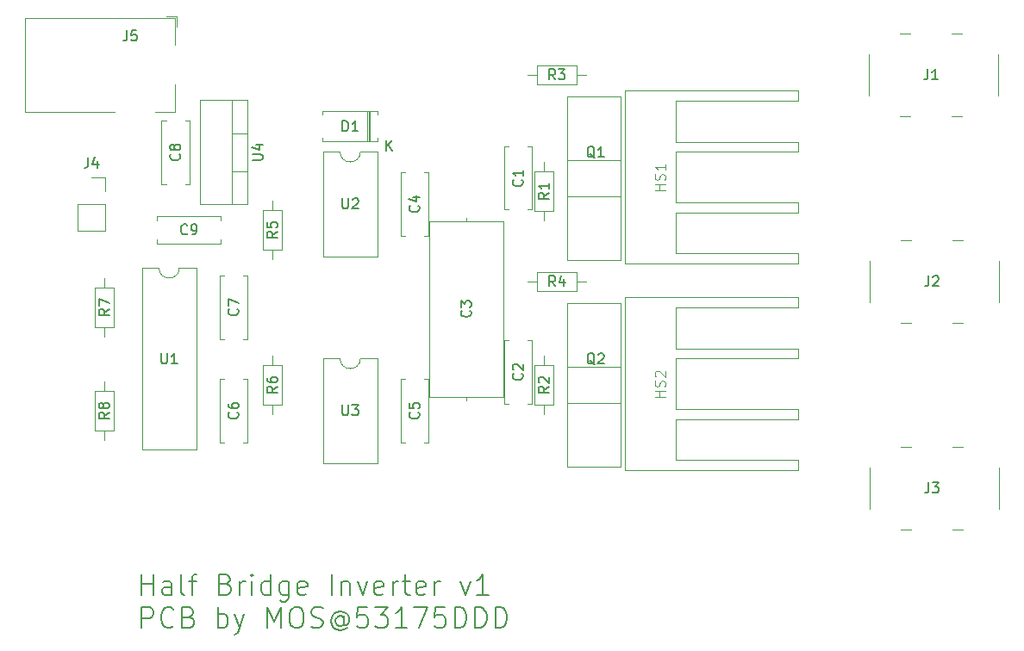
<source format=gbr>
%TF.GenerationSoftware,KiCad,Pcbnew,7.0.2*%
%TF.CreationDate,2023-10-17T20:48:40+09:00*%
%TF.ProjectId,Bridge,42726964-6765-42e6-9b69-6361645f7063,rev?*%
%TF.SameCoordinates,Original*%
%TF.FileFunction,Legend,Top*%
%TF.FilePolarity,Positive*%
%FSLAX46Y46*%
G04 Gerber Fmt 4.6, Leading zero omitted, Abs format (unit mm)*
G04 Created by KiCad (PCBNEW 7.0.2) date 2023-10-17 20:48:40*
%MOMM*%
%LPD*%
G01*
G04 APERTURE LIST*
%ADD10C,0.200000*%
%ADD11C,0.150000*%
%ADD12C,0.100000*%
%ADD13C,0.120000*%
G04 APERTURE END LIST*
D10*
X112871190Y-132405238D02*
X112871190Y-130405238D01*
X112871190Y-131357619D02*
X114014047Y-131357619D01*
X114014047Y-132405238D02*
X114014047Y-130405238D01*
X115823571Y-132405238D02*
X115823571Y-131357619D01*
X115823571Y-131357619D02*
X115728333Y-131167142D01*
X115728333Y-131167142D02*
X115537857Y-131071904D01*
X115537857Y-131071904D02*
X115156904Y-131071904D01*
X115156904Y-131071904D02*
X114966428Y-131167142D01*
X115823571Y-132310000D02*
X115633095Y-132405238D01*
X115633095Y-132405238D02*
X115156904Y-132405238D01*
X115156904Y-132405238D02*
X114966428Y-132310000D01*
X114966428Y-132310000D02*
X114871190Y-132119523D01*
X114871190Y-132119523D02*
X114871190Y-131929047D01*
X114871190Y-131929047D02*
X114966428Y-131738571D01*
X114966428Y-131738571D02*
X115156904Y-131643333D01*
X115156904Y-131643333D02*
X115633095Y-131643333D01*
X115633095Y-131643333D02*
X115823571Y-131548095D01*
X117061666Y-132405238D02*
X116871190Y-132310000D01*
X116871190Y-132310000D02*
X116775952Y-132119523D01*
X116775952Y-132119523D02*
X116775952Y-130405238D01*
X117537857Y-131071904D02*
X118299761Y-131071904D01*
X117823571Y-132405238D02*
X117823571Y-130690952D01*
X117823571Y-130690952D02*
X117918809Y-130500476D01*
X117918809Y-130500476D02*
X118109285Y-130405238D01*
X118109285Y-130405238D02*
X118299761Y-130405238D01*
X121156905Y-131357619D02*
X121442619Y-131452857D01*
X121442619Y-131452857D02*
X121537857Y-131548095D01*
X121537857Y-131548095D02*
X121633095Y-131738571D01*
X121633095Y-131738571D02*
X121633095Y-132024285D01*
X121633095Y-132024285D02*
X121537857Y-132214761D01*
X121537857Y-132214761D02*
X121442619Y-132310000D01*
X121442619Y-132310000D02*
X121252143Y-132405238D01*
X121252143Y-132405238D02*
X120490238Y-132405238D01*
X120490238Y-132405238D02*
X120490238Y-130405238D01*
X120490238Y-130405238D02*
X121156905Y-130405238D01*
X121156905Y-130405238D02*
X121347381Y-130500476D01*
X121347381Y-130500476D02*
X121442619Y-130595714D01*
X121442619Y-130595714D02*
X121537857Y-130786190D01*
X121537857Y-130786190D02*
X121537857Y-130976666D01*
X121537857Y-130976666D02*
X121442619Y-131167142D01*
X121442619Y-131167142D02*
X121347381Y-131262380D01*
X121347381Y-131262380D02*
X121156905Y-131357619D01*
X121156905Y-131357619D02*
X120490238Y-131357619D01*
X122490238Y-132405238D02*
X122490238Y-131071904D01*
X122490238Y-131452857D02*
X122585476Y-131262380D01*
X122585476Y-131262380D02*
X122680714Y-131167142D01*
X122680714Y-131167142D02*
X122871190Y-131071904D01*
X122871190Y-131071904D02*
X123061667Y-131071904D01*
X123728333Y-132405238D02*
X123728333Y-131071904D01*
X123728333Y-130405238D02*
X123633095Y-130500476D01*
X123633095Y-130500476D02*
X123728333Y-130595714D01*
X123728333Y-130595714D02*
X123823571Y-130500476D01*
X123823571Y-130500476D02*
X123728333Y-130405238D01*
X123728333Y-130405238D02*
X123728333Y-130595714D01*
X125537857Y-132405238D02*
X125537857Y-130405238D01*
X125537857Y-132310000D02*
X125347381Y-132405238D01*
X125347381Y-132405238D02*
X124966428Y-132405238D01*
X124966428Y-132405238D02*
X124775952Y-132310000D01*
X124775952Y-132310000D02*
X124680714Y-132214761D01*
X124680714Y-132214761D02*
X124585476Y-132024285D01*
X124585476Y-132024285D02*
X124585476Y-131452857D01*
X124585476Y-131452857D02*
X124680714Y-131262380D01*
X124680714Y-131262380D02*
X124775952Y-131167142D01*
X124775952Y-131167142D02*
X124966428Y-131071904D01*
X124966428Y-131071904D02*
X125347381Y-131071904D01*
X125347381Y-131071904D02*
X125537857Y-131167142D01*
X127347381Y-131071904D02*
X127347381Y-132690952D01*
X127347381Y-132690952D02*
X127252143Y-132881428D01*
X127252143Y-132881428D02*
X127156905Y-132976666D01*
X127156905Y-132976666D02*
X126966428Y-133071904D01*
X126966428Y-133071904D02*
X126680714Y-133071904D01*
X126680714Y-133071904D02*
X126490238Y-132976666D01*
X127347381Y-132310000D02*
X127156905Y-132405238D01*
X127156905Y-132405238D02*
X126775952Y-132405238D01*
X126775952Y-132405238D02*
X126585476Y-132310000D01*
X126585476Y-132310000D02*
X126490238Y-132214761D01*
X126490238Y-132214761D02*
X126395000Y-132024285D01*
X126395000Y-132024285D02*
X126395000Y-131452857D01*
X126395000Y-131452857D02*
X126490238Y-131262380D01*
X126490238Y-131262380D02*
X126585476Y-131167142D01*
X126585476Y-131167142D02*
X126775952Y-131071904D01*
X126775952Y-131071904D02*
X127156905Y-131071904D01*
X127156905Y-131071904D02*
X127347381Y-131167142D01*
X129061667Y-132310000D02*
X128871191Y-132405238D01*
X128871191Y-132405238D02*
X128490238Y-132405238D01*
X128490238Y-132405238D02*
X128299762Y-132310000D01*
X128299762Y-132310000D02*
X128204524Y-132119523D01*
X128204524Y-132119523D02*
X128204524Y-131357619D01*
X128204524Y-131357619D02*
X128299762Y-131167142D01*
X128299762Y-131167142D02*
X128490238Y-131071904D01*
X128490238Y-131071904D02*
X128871191Y-131071904D01*
X128871191Y-131071904D02*
X129061667Y-131167142D01*
X129061667Y-131167142D02*
X129156905Y-131357619D01*
X129156905Y-131357619D02*
X129156905Y-131548095D01*
X129156905Y-131548095D02*
X128204524Y-131738571D01*
X131537858Y-132405238D02*
X131537858Y-130405238D01*
X132490239Y-131071904D02*
X132490239Y-132405238D01*
X132490239Y-131262380D02*
X132585477Y-131167142D01*
X132585477Y-131167142D02*
X132775953Y-131071904D01*
X132775953Y-131071904D02*
X133061668Y-131071904D01*
X133061668Y-131071904D02*
X133252144Y-131167142D01*
X133252144Y-131167142D02*
X133347382Y-131357619D01*
X133347382Y-131357619D02*
X133347382Y-132405238D01*
X134109287Y-131071904D02*
X134585477Y-132405238D01*
X134585477Y-132405238D02*
X135061668Y-131071904D01*
X136585478Y-132310000D02*
X136395002Y-132405238D01*
X136395002Y-132405238D02*
X136014049Y-132405238D01*
X136014049Y-132405238D02*
X135823573Y-132310000D01*
X135823573Y-132310000D02*
X135728335Y-132119523D01*
X135728335Y-132119523D02*
X135728335Y-131357619D01*
X135728335Y-131357619D02*
X135823573Y-131167142D01*
X135823573Y-131167142D02*
X136014049Y-131071904D01*
X136014049Y-131071904D02*
X136395002Y-131071904D01*
X136395002Y-131071904D02*
X136585478Y-131167142D01*
X136585478Y-131167142D02*
X136680716Y-131357619D01*
X136680716Y-131357619D02*
X136680716Y-131548095D01*
X136680716Y-131548095D02*
X135728335Y-131738571D01*
X137537859Y-132405238D02*
X137537859Y-131071904D01*
X137537859Y-131452857D02*
X137633097Y-131262380D01*
X137633097Y-131262380D02*
X137728335Y-131167142D01*
X137728335Y-131167142D02*
X137918811Y-131071904D01*
X137918811Y-131071904D02*
X138109288Y-131071904D01*
X138490240Y-131071904D02*
X139252144Y-131071904D01*
X138775954Y-130405238D02*
X138775954Y-132119523D01*
X138775954Y-132119523D02*
X138871192Y-132310000D01*
X138871192Y-132310000D02*
X139061668Y-132405238D01*
X139061668Y-132405238D02*
X139252144Y-132405238D01*
X140680716Y-132310000D02*
X140490240Y-132405238D01*
X140490240Y-132405238D02*
X140109287Y-132405238D01*
X140109287Y-132405238D02*
X139918811Y-132310000D01*
X139918811Y-132310000D02*
X139823573Y-132119523D01*
X139823573Y-132119523D02*
X139823573Y-131357619D01*
X139823573Y-131357619D02*
X139918811Y-131167142D01*
X139918811Y-131167142D02*
X140109287Y-131071904D01*
X140109287Y-131071904D02*
X140490240Y-131071904D01*
X140490240Y-131071904D02*
X140680716Y-131167142D01*
X140680716Y-131167142D02*
X140775954Y-131357619D01*
X140775954Y-131357619D02*
X140775954Y-131548095D01*
X140775954Y-131548095D02*
X139823573Y-131738571D01*
X141633097Y-132405238D02*
X141633097Y-131071904D01*
X141633097Y-131452857D02*
X141728335Y-131262380D01*
X141728335Y-131262380D02*
X141823573Y-131167142D01*
X141823573Y-131167142D02*
X142014049Y-131071904D01*
X142014049Y-131071904D02*
X142204526Y-131071904D01*
X144204526Y-131071904D02*
X144680716Y-132405238D01*
X144680716Y-132405238D02*
X145156907Y-131071904D01*
X146966431Y-132405238D02*
X145823574Y-132405238D01*
X146395002Y-132405238D02*
X146395002Y-130405238D01*
X146395002Y-130405238D02*
X146204526Y-130690952D01*
X146204526Y-130690952D02*
X146014050Y-130881428D01*
X146014050Y-130881428D02*
X145823574Y-130976666D01*
X112871190Y-135645238D02*
X112871190Y-133645238D01*
X112871190Y-133645238D02*
X113633095Y-133645238D01*
X113633095Y-133645238D02*
X113823571Y-133740476D01*
X113823571Y-133740476D02*
X113918809Y-133835714D01*
X113918809Y-133835714D02*
X114014047Y-134026190D01*
X114014047Y-134026190D02*
X114014047Y-134311904D01*
X114014047Y-134311904D02*
X113918809Y-134502380D01*
X113918809Y-134502380D02*
X113823571Y-134597619D01*
X113823571Y-134597619D02*
X113633095Y-134692857D01*
X113633095Y-134692857D02*
X112871190Y-134692857D01*
X116014047Y-135454761D02*
X115918809Y-135550000D01*
X115918809Y-135550000D02*
X115633095Y-135645238D01*
X115633095Y-135645238D02*
X115442619Y-135645238D01*
X115442619Y-135645238D02*
X115156904Y-135550000D01*
X115156904Y-135550000D02*
X114966428Y-135359523D01*
X114966428Y-135359523D02*
X114871190Y-135169047D01*
X114871190Y-135169047D02*
X114775952Y-134788095D01*
X114775952Y-134788095D02*
X114775952Y-134502380D01*
X114775952Y-134502380D02*
X114871190Y-134121428D01*
X114871190Y-134121428D02*
X114966428Y-133930952D01*
X114966428Y-133930952D02*
X115156904Y-133740476D01*
X115156904Y-133740476D02*
X115442619Y-133645238D01*
X115442619Y-133645238D02*
X115633095Y-133645238D01*
X115633095Y-133645238D02*
X115918809Y-133740476D01*
X115918809Y-133740476D02*
X116014047Y-133835714D01*
X117537857Y-134597619D02*
X117823571Y-134692857D01*
X117823571Y-134692857D02*
X117918809Y-134788095D01*
X117918809Y-134788095D02*
X118014047Y-134978571D01*
X118014047Y-134978571D02*
X118014047Y-135264285D01*
X118014047Y-135264285D02*
X117918809Y-135454761D01*
X117918809Y-135454761D02*
X117823571Y-135550000D01*
X117823571Y-135550000D02*
X117633095Y-135645238D01*
X117633095Y-135645238D02*
X116871190Y-135645238D01*
X116871190Y-135645238D02*
X116871190Y-133645238D01*
X116871190Y-133645238D02*
X117537857Y-133645238D01*
X117537857Y-133645238D02*
X117728333Y-133740476D01*
X117728333Y-133740476D02*
X117823571Y-133835714D01*
X117823571Y-133835714D02*
X117918809Y-134026190D01*
X117918809Y-134026190D02*
X117918809Y-134216666D01*
X117918809Y-134216666D02*
X117823571Y-134407142D01*
X117823571Y-134407142D02*
X117728333Y-134502380D01*
X117728333Y-134502380D02*
X117537857Y-134597619D01*
X117537857Y-134597619D02*
X116871190Y-134597619D01*
X120395000Y-135645238D02*
X120395000Y-133645238D01*
X120395000Y-134407142D02*
X120585476Y-134311904D01*
X120585476Y-134311904D02*
X120966429Y-134311904D01*
X120966429Y-134311904D02*
X121156905Y-134407142D01*
X121156905Y-134407142D02*
X121252143Y-134502380D01*
X121252143Y-134502380D02*
X121347381Y-134692857D01*
X121347381Y-134692857D02*
X121347381Y-135264285D01*
X121347381Y-135264285D02*
X121252143Y-135454761D01*
X121252143Y-135454761D02*
X121156905Y-135550000D01*
X121156905Y-135550000D02*
X120966429Y-135645238D01*
X120966429Y-135645238D02*
X120585476Y-135645238D01*
X120585476Y-135645238D02*
X120395000Y-135550000D01*
X122014048Y-134311904D02*
X122490238Y-135645238D01*
X122966429Y-134311904D02*
X122490238Y-135645238D01*
X122490238Y-135645238D02*
X122299762Y-136121428D01*
X122299762Y-136121428D02*
X122204524Y-136216666D01*
X122204524Y-136216666D02*
X122014048Y-136311904D01*
X125252144Y-135645238D02*
X125252144Y-133645238D01*
X125252144Y-133645238D02*
X125918811Y-135073809D01*
X125918811Y-135073809D02*
X126585477Y-133645238D01*
X126585477Y-133645238D02*
X126585477Y-135645238D01*
X127918810Y-133645238D02*
X128299763Y-133645238D01*
X128299763Y-133645238D02*
X128490239Y-133740476D01*
X128490239Y-133740476D02*
X128680715Y-133930952D01*
X128680715Y-133930952D02*
X128775953Y-134311904D01*
X128775953Y-134311904D02*
X128775953Y-134978571D01*
X128775953Y-134978571D02*
X128680715Y-135359523D01*
X128680715Y-135359523D02*
X128490239Y-135550000D01*
X128490239Y-135550000D02*
X128299763Y-135645238D01*
X128299763Y-135645238D02*
X127918810Y-135645238D01*
X127918810Y-135645238D02*
X127728334Y-135550000D01*
X127728334Y-135550000D02*
X127537858Y-135359523D01*
X127537858Y-135359523D02*
X127442620Y-134978571D01*
X127442620Y-134978571D02*
X127442620Y-134311904D01*
X127442620Y-134311904D02*
X127537858Y-133930952D01*
X127537858Y-133930952D02*
X127728334Y-133740476D01*
X127728334Y-133740476D02*
X127918810Y-133645238D01*
X129537858Y-135550000D02*
X129823572Y-135645238D01*
X129823572Y-135645238D02*
X130299763Y-135645238D01*
X130299763Y-135645238D02*
X130490239Y-135550000D01*
X130490239Y-135550000D02*
X130585477Y-135454761D01*
X130585477Y-135454761D02*
X130680715Y-135264285D01*
X130680715Y-135264285D02*
X130680715Y-135073809D01*
X130680715Y-135073809D02*
X130585477Y-134883333D01*
X130585477Y-134883333D02*
X130490239Y-134788095D01*
X130490239Y-134788095D02*
X130299763Y-134692857D01*
X130299763Y-134692857D02*
X129918810Y-134597619D01*
X129918810Y-134597619D02*
X129728334Y-134502380D01*
X129728334Y-134502380D02*
X129633096Y-134407142D01*
X129633096Y-134407142D02*
X129537858Y-134216666D01*
X129537858Y-134216666D02*
X129537858Y-134026190D01*
X129537858Y-134026190D02*
X129633096Y-133835714D01*
X129633096Y-133835714D02*
X129728334Y-133740476D01*
X129728334Y-133740476D02*
X129918810Y-133645238D01*
X129918810Y-133645238D02*
X130395001Y-133645238D01*
X130395001Y-133645238D02*
X130680715Y-133740476D01*
X132775953Y-134692857D02*
X132680715Y-134597619D01*
X132680715Y-134597619D02*
X132490239Y-134502380D01*
X132490239Y-134502380D02*
X132299763Y-134502380D01*
X132299763Y-134502380D02*
X132109287Y-134597619D01*
X132109287Y-134597619D02*
X132014048Y-134692857D01*
X132014048Y-134692857D02*
X131918810Y-134883333D01*
X131918810Y-134883333D02*
X131918810Y-135073809D01*
X131918810Y-135073809D02*
X132014048Y-135264285D01*
X132014048Y-135264285D02*
X132109287Y-135359523D01*
X132109287Y-135359523D02*
X132299763Y-135454761D01*
X132299763Y-135454761D02*
X132490239Y-135454761D01*
X132490239Y-135454761D02*
X132680715Y-135359523D01*
X132680715Y-135359523D02*
X132775953Y-135264285D01*
X132775953Y-134502380D02*
X132775953Y-135264285D01*
X132775953Y-135264285D02*
X132871191Y-135359523D01*
X132871191Y-135359523D02*
X132966429Y-135359523D01*
X132966429Y-135359523D02*
X133156906Y-135264285D01*
X133156906Y-135264285D02*
X133252144Y-135073809D01*
X133252144Y-135073809D02*
X133252144Y-134597619D01*
X133252144Y-134597619D02*
X133061668Y-134311904D01*
X133061668Y-134311904D02*
X132775953Y-134121428D01*
X132775953Y-134121428D02*
X132395001Y-134026190D01*
X132395001Y-134026190D02*
X132014048Y-134121428D01*
X132014048Y-134121428D02*
X131728334Y-134311904D01*
X131728334Y-134311904D02*
X131537858Y-134597619D01*
X131537858Y-134597619D02*
X131442620Y-134978571D01*
X131442620Y-134978571D02*
X131537858Y-135359523D01*
X131537858Y-135359523D02*
X131728334Y-135645238D01*
X131728334Y-135645238D02*
X132014048Y-135835714D01*
X132014048Y-135835714D02*
X132395001Y-135930952D01*
X132395001Y-135930952D02*
X132775953Y-135835714D01*
X132775953Y-135835714D02*
X133061668Y-135645238D01*
X135061668Y-133645238D02*
X134109287Y-133645238D01*
X134109287Y-133645238D02*
X134014049Y-134597619D01*
X134014049Y-134597619D02*
X134109287Y-134502380D01*
X134109287Y-134502380D02*
X134299763Y-134407142D01*
X134299763Y-134407142D02*
X134775954Y-134407142D01*
X134775954Y-134407142D02*
X134966430Y-134502380D01*
X134966430Y-134502380D02*
X135061668Y-134597619D01*
X135061668Y-134597619D02*
X135156906Y-134788095D01*
X135156906Y-134788095D02*
X135156906Y-135264285D01*
X135156906Y-135264285D02*
X135061668Y-135454761D01*
X135061668Y-135454761D02*
X134966430Y-135550000D01*
X134966430Y-135550000D02*
X134775954Y-135645238D01*
X134775954Y-135645238D02*
X134299763Y-135645238D01*
X134299763Y-135645238D02*
X134109287Y-135550000D01*
X134109287Y-135550000D02*
X134014049Y-135454761D01*
X135823573Y-133645238D02*
X137061668Y-133645238D01*
X137061668Y-133645238D02*
X136395001Y-134407142D01*
X136395001Y-134407142D02*
X136680716Y-134407142D01*
X136680716Y-134407142D02*
X136871192Y-134502380D01*
X136871192Y-134502380D02*
X136966430Y-134597619D01*
X136966430Y-134597619D02*
X137061668Y-134788095D01*
X137061668Y-134788095D02*
X137061668Y-135264285D01*
X137061668Y-135264285D02*
X136966430Y-135454761D01*
X136966430Y-135454761D02*
X136871192Y-135550000D01*
X136871192Y-135550000D02*
X136680716Y-135645238D01*
X136680716Y-135645238D02*
X136109287Y-135645238D01*
X136109287Y-135645238D02*
X135918811Y-135550000D01*
X135918811Y-135550000D02*
X135823573Y-135454761D01*
X138966430Y-135645238D02*
X137823573Y-135645238D01*
X138395001Y-135645238D02*
X138395001Y-133645238D01*
X138395001Y-133645238D02*
X138204525Y-133930952D01*
X138204525Y-133930952D02*
X138014049Y-134121428D01*
X138014049Y-134121428D02*
X137823573Y-134216666D01*
X139633097Y-133645238D02*
X140966430Y-133645238D01*
X140966430Y-133645238D02*
X140109287Y-135645238D01*
X142680716Y-133645238D02*
X141728335Y-133645238D01*
X141728335Y-133645238D02*
X141633097Y-134597619D01*
X141633097Y-134597619D02*
X141728335Y-134502380D01*
X141728335Y-134502380D02*
X141918811Y-134407142D01*
X141918811Y-134407142D02*
X142395002Y-134407142D01*
X142395002Y-134407142D02*
X142585478Y-134502380D01*
X142585478Y-134502380D02*
X142680716Y-134597619D01*
X142680716Y-134597619D02*
X142775954Y-134788095D01*
X142775954Y-134788095D02*
X142775954Y-135264285D01*
X142775954Y-135264285D02*
X142680716Y-135454761D01*
X142680716Y-135454761D02*
X142585478Y-135550000D01*
X142585478Y-135550000D02*
X142395002Y-135645238D01*
X142395002Y-135645238D02*
X141918811Y-135645238D01*
X141918811Y-135645238D02*
X141728335Y-135550000D01*
X141728335Y-135550000D02*
X141633097Y-135454761D01*
X143633097Y-135645238D02*
X143633097Y-133645238D01*
X143633097Y-133645238D02*
X144109287Y-133645238D01*
X144109287Y-133645238D02*
X144395002Y-133740476D01*
X144395002Y-133740476D02*
X144585478Y-133930952D01*
X144585478Y-133930952D02*
X144680716Y-134121428D01*
X144680716Y-134121428D02*
X144775954Y-134502380D01*
X144775954Y-134502380D02*
X144775954Y-134788095D01*
X144775954Y-134788095D02*
X144680716Y-135169047D01*
X144680716Y-135169047D02*
X144585478Y-135359523D01*
X144585478Y-135359523D02*
X144395002Y-135550000D01*
X144395002Y-135550000D02*
X144109287Y-135645238D01*
X144109287Y-135645238D02*
X143633097Y-135645238D01*
X145633097Y-135645238D02*
X145633097Y-133645238D01*
X145633097Y-133645238D02*
X146109287Y-133645238D01*
X146109287Y-133645238D02*
X146395002Y-133740476D01*
X146395002Y-133740476D02*
X146585478Y-133930952D01*
X146585478Y-133930952D02*
X146680716Y-134121428D01*
X146680716Y-134121428D02*
X146775954Y-134502380D01*
X146775954Y-134502380D02*
X146775954Y-134788095D01*
X146775954Y-134788095D02*
X146680716Y-135169047D01*
X146680716Y-135169047D02*
X146585478Y-135359523D01*
X146585478Y-135359523D02*
X146395002Y-135550000D01*
X146395002Y-135550000D02*
X146109287Y-135645238D01*
X146109287Y-135645238D02*
X145633097Y-135645238D01*
X147633097Y-135645238D02*
X147633097Y-133645238D01*
X147633097Y-133645238D02*
X148109287Y-133645238D01*
X148109287Y-133645238D02*
X148395002Y-133740476D01*
X148395002Y-133740476D02*
X148585478Y-133930952D01*
X148585478Y-133930952D02*
X148680716Y-134121428D01*
X148680716Y-134121428D02*
X148775954Y-134502380D01*
X148775954Y-134502380D02*
X148775954Y-134788095D01*
X148775954Y-134788095D02*
X148680716Y-135169047D01*
X148680716Y-135169047D02*
X148585478Y-135359523D01*
X148585478Y-135359523D02*
X148395002Y-135550000D01*
X148395002Y-135550000D02*
X148109287Y-135645238D01*
X148109287Y-135645238D02*
X147633097Y-135645238D01*
D11*
%TO.C,Q2*%
X157384761Y-109777857D02*
X157289523Y-109730238D01*
X157289523Y-109730238D02*
X157194285Y-109635000D01*
X157194285Y-109635000D02*
X157051428Y-109492142D01*
X157051428Y-109492142D02*
X156956190Y-109444523D01*
X156956190Y-109444523D02*
X156860952Y-109444523D01*
X156908571Y-109682619D02*
X156813333Y-109635000D01*
X156813333Y-109635000D02*
X156718095Y-109539761D01*
X156718095Y-109539761D02*
X156670476Y-109349285D01*
X156670476Y-109349285D02*
X156670476Y-109015952D01*
X156670476Y-109015952D02*
X156718095Y-108825476D01*
X156718095Y-108825476D02*
X156813333Y-108730238D01*
X156813333Y-108730238D02*
X156908571Y-108682619D01*
X156908571Y-108682619D02*
X157099047Y-108682619D01*
X157099047Y-108682619D02*
X157194285Y-108730238D01*
X157194285Y-108730238D02*
X157289523Y-108825476D01*
X157289523Y-108825476D02*
X157337142Y-109015952D01*
X157337142Y-109015952D02*
X157337142Y-109349285D01*
X157337142Y-109349285D02*
X157289523Y-109539761D01*
X157289523Y-109539761D02*
X157194285Y-109635000D01*
X157194285Y-109635000D02*
X157099047Y-109682619D01*
X157099047Y-109682619D02*
X156908571Y-109682619D01*
X157718095Y-108777857D02*
X157765714Y-108730238D01*
X157765714Y-108730238D02*
X157860952Y-108682619D01*
X157860952Y-108682619D02*
X158099047Y-108682619D01*
X158099047Y-108682619D02*
X158194285Y-108730238D01*
X158194285Y-108730238D02*
X158241904Y-108777857D01*
X158241904Y-108777857D02*
X158289523Y-108873095D01*
X158289523Y-108873095D02*
X158289523Y-108968333D01*
X158289523Y-108968333D02*
X158241904Y-109111190D01*
X158241904Y-109111190D02*
X157670476Y-109682619D01*
X157670476Y-109682619D02*
X158289523Y-109682619D01*
%TO.C,Q1*%
X157384761Y-89457857D02*
X157289523Y-89410238D01*
X157289523Y-89410238D02*
X157194285Y-89315000D01*
X157194285Y-89315000D02*
X157051428Y-89172142D01*
X157051428Y-89172142D02*
X156956190Y-89124523D01*
X156956190Y-89124523D02*
X156860952Y-89124523D01*
X156908571Y-89362619D02*
X156813333Y-89315000D01*
X156813333Y-89315000D02*
X156718095Y-89219761D01*
X156718095Y-89219761D02*
X156670476Y-89029285D01*
X156670476Y-89029285D02*
X156670476Y-88695952D01*
X156670476Y-88695952D02*
X156718095Y-88505476D01*
X156718095Y-88505476D02*
X156813333Y-88410238D01*
X156813333Y-88410238D02*
X156908571Y-88362619D01*
X156908571Y-88362619D02*
X157099047Y-88362619D01*
X157099047Y-88362619D02*
X157194285Y-88410238D01*
X157194285Y-88410238D02*
X157289523Y-88505476D01*
X157289523Y-88505476D02*
X157337142Y-88695952D01*
X157337142Y-88695952D02*
X157337142Y-89029285D01*
X157337142Y-89029285D02*
X157289523Y-89219761D01*
X157289523Y-89219761D02*
X157194285Y-89315000D01*
X157194285Y-89315000D02*
X157099047Y-89362619D01*
X157099047Y-89362619D02*
X156908571Y-89362619D01*
X158289523Y-89362619D02*
X157718095Y-89362619D01*
X158003809Y-89362619D02*
X158003809Y-88362619D01*
X158003809Y-88362619D02*
X157908571Y-88505476D01*
X157908571Y-88505476D02*
X157813333Y-88600714D01*
X157813333Y-88600714D02*
X157718095Y-88648333D01*
%TO.C,J4*%
X107616666Y-89402619D02*
X107616666Y-90116904D01*
X107616666Y-90116904D02*
X107569047Y-90259761D01*
X107569047Y-90259761D02*
X107473809Y-90355000D01*
X107473809Y-90355000D02*
X107330952Y-90402619D01*
X107330952Y-90402619D02*
X107235714Y-90402619D01*
X108521428Y-89735952D02*
X108521428Y-90402619D01*
X108283333Y-89355000D02*
X108045238Y-90069285D01*
X108045238Y-90069285D02*
X108664285Y-90069285D01*
%TO.C,U4*%
X123747619Y-89661904D02*
X124557142Y-89661904D01*
X124557142Y-89661904D02*
X124652380Y-89614285D01*
X124652380Y-89614285D02*
X124700000Y-89566666D01*
X124700000Y-89566666D02*
X124747619Y-89471428D01*
X124747619Y-89471428D02*
X124747619Y-89280952D01*
X124747619Y-89280952D02*
X124700000Y-89185714D01*
X124700000Y-89185714D02*
X124652380Y-89138095D01*
X124652380Y-89138095D02*
X124557142Y-89090476D01*
X124557142Y-89090476D02*
X123747619Y-89090476D01*
X124080952Y-88185714D02*
X124747619Y-88185714D01*
X123700000Y-88423809D02*
X124414285Y-88661904D01*
X124414285Y-88661904D02*
X124414285Y-88042857D01*
%TO.C,U3*%
X132598095Y-113762619D02*
X132598095Y-114572142D01*
X132598095Y-114572142D02*
X132645714Y-114667380D01*
X132645714Y-114667380D02*
X132693333Y-114715000D01*
X132693333Y-114715000D02*
X132788571Y-114762619D01*
X132788571Y-114762619D02*
X132979047Y-114762619D01*
X132979047Y-114762619D02*
X133074285Y-114715000D01*
X133074285Y-114715000D02*
X133121904Y-114667380D01*
X133121904Y-114667380D02*
X133169523Y-114572142D01*
X133169523Y-114572142D02*
X133169523Y-113762619D01*
X133550476Y-113762619D02*
X134169523Y-113762619D01*
X134169523Y-113762619D02*
X133836190Y-114143571D01*
X133836190Y-114143571D02*
X133979047Y-114143571D01*
X133979047Y-114143571D02*
X134074285Y-114191190D01*
X134074285Y-114191190D02*
X134121904Y-114238809D01*
X134121904Y-114238809D02*
X134169523Y-114334047D01*
X134169523Y-114334047D02*
X134169523Y-114572142D01*
X134169523Y-114572142D02*
X134121904Y-114667380D01*
X134121904Y-114667380D02*
X134074285Y-114715000D01*
X134074285Y-114715000D02*
X133979047Y-114762619D01*
X133979047Y-114762619D02*
X133693333Y-114762619D01*
X133693333Y-114762619D02*
X133598095Y-114715000D01*
X133598095Y-114715000D02*
X133550476Y-114667380D01*
%TO.C,U2*%
X132598095Y-93442619D02*
X132598095Y-94252142D01*
X132598095Y-94252142D02*
X132645714Y-94347380D01*
X132645714Y-94347380D02*
X132693333Y-94395000D01*
X132693333Y-94395000D02*
X132788571Y-94442619D01*
X132788571Y-94442619D02*
X132979047Y-94442619D01*
X132979047Y-94442619D02*
X133074285Y-94395000D01*
X133074285Y-94395000D02*
X133121904Y-94347380D01*
X133121904Y-94347380D02*
X133169523Y-94252142D01*
X133169523Y-94252142D02*
X133169523Y-93442619D01*
X133598095Y-93537857D02*
X133645714Y-93490238D01*
X133645714Y-93490238D02*
X133740952Y-93442619D01*
X133740952Y-93442619D02*
X133979047Y-93442619D01*
X133979047Y-93442619D02*
X134074285Y-93490238D01*
X134074285Y-93490238D02*
X134121904Y-93537857D01*
X134121904Y-93537857D02*
X134169523Y-93633095D01*
X134169523Y-93633095D02*
X134169523Y-93728333D01*
X134169523Y-93728333D02*
X134121904Y-93871190D01*
X134121904Y-93871190D02*
X133550476Y-94442619D01*
X133550476Y-94442619D02*
X134169523Y-94442619D01*
%TO.C,U1*%
X114818095Y-108682619D02*
X114818095Y-109492142D01*
X114818095Y-109492142D02*
X114865714Y-109587380D01*
X114865714Y-109587380D02*
X114913333Y-109635000D01*
X114913333Y-109635000D02*
X115008571Y-109682619D01*
X115008571Y-109682619D02*
X115199047Y-109682619D01*
X115199047Y-109682619D02*
X115294285Y-109635000D01*
X115294285Y-109635000D02*
X115341904Y-109587380D01*
X115341904Y-109587380D02*
X115389523Y-109492142D01*
X115389523Y-109492142D02*
X115389523Y-108682619D01*
X116389523Y-109682619D02*
X115818095Y-109682619D01*
X116103809Y-109682619D02*
X116103809Y-108682619D01*
X116103809Y-108682619D02*
X116008571Y-108825476D01*
X116008571Y-108825476D02*
X115913333Y-108920714D01*
X115913333Y-108920714D02*
X115818095Y-108968333D01*
%TO.C,R8*%
X109682619Y-114466666D02*
X109206428Y-114799999D01*
X109682619Y-115038094D02*
X108682619Y-115038094D01*
X108682619Y-115038094D02*
X108682619Y-114657142D01*
X108682619Y-114657142D02*
X108730238Y-114561904D01*
X108730238Y-114561904D02*
X108777857Y-114514285D01*
X108777857Y-114514285D02*
X108873095Y-114466666D01*
X108873095Y-114466666D02*
X109015952Y-114466666D01*
X109015952Y-114466666D02*
X109111190Y-114514285D01*
X109111190Y-114514285D02*
X109158809Y-114561904D01*
X109158809Y-114561904D02*
X109206428Y-114657142D01*
X109206428Y-114657142D02*
X109206428Y-115038094D01*
X109111190Y-113895237D02*
X109063571Y-113990475D01*
X109063571Y-113990475D02*
X109015952Y-114038094D01*
X109015952Y-114038094D02*
X108920714Y-114085713D01*
X108920714Y-114085713D02*
X108873095Y-114085713D01*
X108873095Y-114085713D02*
X108777857Y-114038094D01*
X108777857Y-114038094D02*
X108730238Y-113990475D01*
X108730238Y-113990475D02*
X108682619Y-113895237D01*
X108682619Y-113895237D02*
X108682619Y-113704761D01*
X108682619Y-113704761D02*
X108730238Y-113609523D01*
X108730238Y-113609523D02*
X108777857Y-113561904D01*
X108777857Y-113561904D02*
X108873095Y-113514285D01*
X108873095Y-113514285D02*
X108920714Y-113514285D01*
X108920714Y-113514285D02*
X109015952Y-113561904D01*
X109015952Y-113561904D02*
X109063571Y-113609523D01*
X109063571Y-113609523D02*
X109111190Y-113704761D01*
X109111190Y-113704761D02*
X109111190Y-113895237D01*
X109111190Y-113895237D02*
X109158809Y-113990475D01*
X109158809Y-113990475D02*
X109206428Y-114038094D01*
X109206428Y-114038094D02*
X109301666Y-114085713D01*
X109301666Y-114085713D02*
X109492142Y-114085713D01*
X109492142Y-114085713D02*
X109587380Y-114038094D01*
X109587380Y-114038094D02*
X109635000Y-113990475D01*
X109635000Y-113990475D02*
X109682619Y-113895237D01*
X109682619Y-113895237D02*
X109682619Y-113704761D01*
X109682619Y-113704761D02*
X109635000Y-113609523D01*
X109635000Y-113609523D02*
X109587380Y-113561904D01*
X109587380Y-113561904D02*
X109492142Y-113514285D01*
X109492142Y-113514285D02*
X109301666Y-113514285D01*
X109301666Y-113514285D02*
X109206428Y-113561904D01*
X109206428Y-113561904D02*
X109158809Y-113609523D01*
X109158809Y-113609523D02*
X109111190Y-113704761D01*
%TO.C,R7*%
X109682619Y-104306666D02*
X109206428Y-104639999D01*
X109682619Y-104878094D02*
X108682619Y-104878094D01*
X108682619Y-104878094D02*
X108682619Y-104497142D01*
X108682619Y-104497142D02*
X108730238Y-104401904D01*
X108730238Y-104401904D02*
X108777857Y-104354285D01*
X108777857Y-104354285D02*
X108873095Y-104306666D01*
X108873095Y-104306666D02*
X109015952Y-104306666D01*
X109015952Y-104306666D02*
X109111190Y-104354285D01*
X109111190Y-104354285D02*
X109158809Y-104401904D01*
X109158809Y-104401904D02*
X109206428Y-104497142D01*
X109206428Y-104497142D02*
X109206428Y-104878094D01*
X108682619Y-103973332D02*
X108682619Y-103306666D01*
X108682619Y-103306666D02*
X109682619Y-103735237D01*
%TO.C,R6*%
X126192619Y-111926666D02*
X125716428Y-112259999D01*
X126192619Y-112498094D02*
X125192619Y-112498094D01*
X125192619Y-112498094D02*
X125192619Y-112117142D01*
X125192619Y-112117142D02*
X125240238Y-112021904D01*
X125240238Y-112021904D02*
X125287857Y-111974285D01*
X125287857Y-111974285D02*
X125383095Y-111926666D01*
X125383095Y-111926666D02*
X125525952Y-111926666D01*
X125525952Y-111926666D02*
X125621190Y-111974285D01*
X125621190Y-111974285D02*
X125668809Y-112021904D01*
X125668809Y-112021904D02*
X125716428Y-112117142D01*
X125716428Y-112117142D02*
X125716428Y-112498094D01*
X125192619Y-111069523D02*
X125192619Y-111259999D01*
X125192619Y-111259999D02*
X125240238Y-111355237D01*
X125240238Y-111355237D02*
X125287857Y-111402856D01*
X125287857Y-111402856D02*
X125430714Y-111498094D01*
X125430714Y-111498094D02*
X125621190Y-111545713D01*
X125621190Y-111545713D02*
X126002142Y-111545713D01*
X126002142Y-111545713D02*
X126097380Y-111498094D01*
X126097380Y-111498094D02*
X126145000Y-111450475D01*
X126145000Y-111450475D02*
X126192619Y-111355237D01*
X126192619Y-111355237D02*
X126192619Y-111164761D01*
X126192619Y-111164761D02*
X126145000Y-111069523D01*
X126145000Y-111069523D02*
X126097380Y-111021904D01*
X126097380Y-111021904D02*
X126002142Y-110974285D01*
X126002142Y-110974285D02*
X125764047Y-110974285D01*
X125764047Y-110974285D02*
X125668809Y-111021904D01*
X125668809Y-111021904D02*
X125621190Y-111069523D01*
X125621190Y-111069523D02*
X125573571Y-111164761D01*
X125573571Y-111164761D02*
X125573571Y-111355237D01*
X125573571Y-111355237D02*
X125621190Y-111450475D01*
X125621190Y-111450475D02*
X125668809Y-111498094D01*
X125668809Y-111498094D02*
X125764047Y-111545713D01*
%TO.C,R5*%
X126192619Y-96686666D02*
X125716428Y-97019999D01*
X126192619Y-97258094D02*
X125192619Y-97258094D01*
X125192619Y-97258094D02*
X125192619Y-96877142D01*
X125192619Y-96877142D02*
X125240238Y-96781904D01*
X125240238Y-96781904D02*
X125287857Y-96734285D01*
X125287857Y-96734285D02*
X125383095Y-96686666D01*
X125383095Y-96686666D02*
X125525952Y-96686666D01*
X125525952Y-96686666D02*
X125621190Y-96734285D01*
X125621190Y-96734285D02*
X125668809Y-96781904D01*
X125668809Y-96781904D02*
X125716428Y-96877142D01*
X125716428Y-96877142D02*
X125716428Y-97258094D01*
X125192619Y-95781904D02*
X125192619Y-96258094D01*
X125192619Y-96258094D02*
X125668809Y-96305713D01*
X125668809Y-96305713D02*
X125621190Y-96258094D01*
X125621190Y-96258094D02*
X125573571Y-96162856D01*
X125573571Y-96162856D02*
X125573571Y-95924761D01*
X125573571Y-95924761D02*
X125621190Y-95829523D01*
X125621190Y-95829523D02*
X125668809Y-95781904D01*
X125668809Y-95781904D02*
X125764047Y-95734285D01*
X125764047Y-95734285D02*
X126002142Y-95734285D01*
X126002142Y-95734285D02*
X126097380Y-95781904D01*
X126097380Y-95781904D02*
X126145000Y-95829523D01*
X126145000Y-95829523D02*
X126192619Y-95924761D01*
X126192619Y-95924761D02*
X126192619Y-96162856D01*
X126192619Y-96162856D02*
X126145000Y-96258094D01*
X126145000Y-96258094D02*
X126097380Y-96305713D01*
%TO.C,R4*%
X153503333Y-102062619D02*
X153170000Y-101586428D01*
X152931905Y-102062619D02*
X152931905Y-101062619D01*
X152931905Y-101062619D02*
X153312857Y-101062619D01*
X153312857Y-101062619D02*
X153408095Y-101110238D01*
X153408095Y-101110238D02*
X153455714Y-101157857D01*
X153455714Y-101157857D02*
X153503333Y-101253095D01*
X153503333Y-101253095D02*
X153503333Y-101395952D01*
X153503333Y-101395952D02*
X153455714Y-101491190D01*
X153455714Y-101491190D02*
X153408095Y-101538809D01*
X153408095Y-101538809D02*
X153312857Y-101586428D01*
X153312857Y-101586428D02*
X152931905Y-101586428D01*
X154360476Y-101395952D02*
X154360476Y-102062619D01*
X154122381Y-101015000D02*
X153884286Y-101729285D01*
X153884286Y-101729285D02*
X154503333Y-101729285D01*
%TO.C,R3*%
X153503333Y-81742619D02*
X153170000Y-81266428D01*
X152931905Y-81742619D02*
X152931905Y-80742619D01*
X152931905Y-80742619D02*
X153312857Y-80742619D01*
X153312857Y-80742619D02*
X153408095Y-80790238D01*
X153408095Y-80790238D02*
X153455714Y-80837857D01*
X153455714Y-80837857D02*
X153503333Y-80933095D01*
X153503333Y-80933095D02*
X153503333Y-81075952D01*
X153503333Y-81075952D02*
X153455714Y-81171190D01*
X153455714Y-81171190D02*
X153408095Y-81218809D01*
X153408095Y-81218809D02*
X153312857Y-81266428D01*
X153312857Y-81266428D02*
X152931905Y-81266428D01*
X153836667Y-80742619D02*
X154455714Y-80742619D01*
X154455714Y-80742619D02*
X154122381Y-81123571D01*
X154122381Y-81123571D02*
X154265238Y-81123571D01*
X154265238Y-81123571D02*
X154360476Y-81171190D01*
X154360476Y-81171190D02*
X154408095Y-81218809D01*
X154408095Y-81218809D02*
X154455714Y-81314047D01*
X154455714Y-81314047D02*
X154455714Y-81552142D01*
X154455714Y-81552142D02*
X154408095Y-81647380D01*
X154408095Y-81647380D02*
X154360476Y-81695000D01*
X154360476Y-81695000D02*
X154265238Y-81742619D01*
X154265238Y-81742619D02*
X153979524Y-81742619D01*
X153979524Y-81742619D02*
X153884286Y-81695000D01*
X153884286Y-81695000D02*
X153836667Y-81647380D01*
%TO.C,R2*%
X152862619Y-111926666D02*
X152386428Y-112259999D01*
X152862619Y-112498094D02*
X151862619Y-112498094D01*
X151862619Y-112498094D02*
X151862619Y-112117142D01*
X151862619Y-112117142D02*
X151910238Y-112021904D01*
X151910238Y-112021904D02*
X151957857Y-111974285D01*
X151957857Y-111974285D02*
X152053095Y-111926666D01*
X152053095Y-111926666D02*
X152195952Y-111926666D01*
X152195952Y-111926666D02*
X152291190Y-111974285D01*
X152291190Y-111974285D02*
X152338809Y-112021904D01*
X152338809Y-112021904D02*
X152386428Y-112117142D01*
X152386428Y-112117142D02*
X152386428Y-112498094D01*
X151957857Y-111545713D02*
X151910238Y-111498094D01*
X151910238Y-111498094D02*
X151862619Y-111402856D01*
X151862619Y-111402856D02*
X151862619Y-111164761D01*
X151862619Y-111164761D02*
X151910238Y-111069523D01*
X151910238Y-111069523D02*
X151957857Y-111021904D01*
X151957857Y-111021904D02*
X152053095Y-110974285D01*
X152053095Y-110974285D02*
X152148333Y-110974285D01*
X152148333Y-110974285D02*
X152291190Y-111021904D01*
X152291190Y-111021904D02*
X152862619Y-111593332D01*
X152862619Y-111593332D02*
X152862619Y-110974285D01*
%TO.C,R1*%
X152862619Y-92876666D02*
X152386428Y-93209999D01*
X152862619Y-93448094D02*
X151862619Y-93448094D01*
X151862619Y-93448094D02*
X151862619Y-93067142D01*
X151862619Y-93067142D02*
X151910238Y-92971904D01*
X151910238Y-92971904D02*
X151957857Y-92924285D01*
X151957857Y-92924285D02*
X152053095Y-92876666D01*
X152053095Y-92876666D02*
X152195952Y-92876666D01*
X152195952Y-92876666D02*
X152291190Y-92924285D01*
X152291190Y-92924285D02*
X152338809Y-92971904D01*
X152338809Y-92971904D02*
X152386428Y-93067142D01*
X152386428Y-93067142D02*
X152386428Y-93448094D01*
X152862619Y-91924285D02*
X152862619Y-92495713D01*
X152862619Y-92209999D02*
X151862619Y-92209999D01*
X151862619Y-92209999D02*
X152005476Y-92305237D01*
X152005476Y-92305237D02*
X152100714Y-92400475D01*
X152100714Y-92400475D02*
X152148333Y-92495713D01*
%TO.C,J5*%
X111426666Y-76932619D02*
X111426666Y-77646904D01*
X111426666Y-77646904D02*
X111379047Y-77789761D01*
X111379047Y-77789761D02*
X111283809Y-77885000D01*
X111283809Y-77885000D02*
X111140952Y-77932619D01*
X111140952Y-77932619D02*
X111045714Y-77932619D01*
X112379047Y-76932619D02*
X111902857Y-76932619D01*
X111902857Y-76932619D02*
X111855238Y-77408809D01*
X111855238Y-77408809D02*
X111902857Y-77361190D01*
X111902857Y-77361190D02*
X111998095Y-77313571D01*
X111998095Y-77313571D02*
X112236190Y-77313571D01*
X112236190Y-77313571D02*
X112331428Y-77361190D01*
X112331428Y-77361190D02*
X112379047Y-77408809D01*
X112379047Y-77408809D02*
X112426666Y-77504047D01*
X112426666Y-77504047D02*
X112426666Y-77742142D01*
X112426666Y-77742142D02*
X112379047Y-77837380D01*
X112379047Y-77837380D02*
X112331428Y-77885000D01*
X112331428Y-77885000D02*
X112236190Y-77932619D01*
X112236190Y-77932619D02*
X111998095Y-77932619D01*
X111998095Y-77932619D02*
X111902857Y-77885000D01*
X111902857Y-77885000D02*
X111855238Y-77837380D01*
%TO.C,J3*%
X190166666Y-121382619D02*
X190166666Y-122096904D01*
X190166666Y-122096904D02*
X190119047Y-122239761D01*
X190119047Y-122239761D02*
X190023809Y-122335000D01*
X190023809Y-122335000D02*
X189880952Y-122382619D01*
X189880952Y-122382619D02*
X189785714Y-122382619D01*
X190547619Y-121382619D02*
X191166666Y-121382619D01*
X191166666Y-121382619D02*
X190833333Y-121763571D01*
X190833333Y-121763571D02*
X190976190Y-121763571D01*
X190976190Y-121763571D02*
X191071428Y-121811190D01*
X191071428Y-121811190D02*
X191119047Y-121858809D01*
X191119047Y-121858809D02*
X191166666Y-121954047D01*
X191166666Y-121954047D02*
X191166666Y-122192142D01*
X191166666Y-122192142D02*
X191119047Y-122287380D01*
X191119047Y-122287380D02*
X191071428Y-122335000D01*
X191071428Y-122335000D02*
X190976190Y-122382619D01*
X190976190Y-122382619D02*
X190690476Y-122382619D01*
X190690476Y-122382619D02*
X190595238Y-122335000D01*
X190595238Y-122335000D02*
X190547619Y-122287380D01*
%TO.C,J2*%
X190166666Y-101062619D02*
X190166666Y-101776904D01*
X190166666Y-101776904D02*
X190119047Y-101919761D01*
X190119047Y-101919761D02*
X190023809Y-102015000D01*
X190023809Y-102015000D02*
X189880952Y-102062619D01*
X189880952Y-102062619D02*
X189785714Y-102062619D01*
X190595238Y-101157857D02*
X190642857Y-101110238D01*
X190642857Y-101110238D02*
X190738095Y-101062619D01*
X190738095Y-101062619D02*
X190976190Y-101062619D01*
X190976190Y-101062619D02*
X191071428Y-101110238D01*
X191071428Y-101110238D02*
X191119047Y-101157857D01*
X191119047Y-101157857D02*
X191166666Y-101253095D01*
X191166666Y-101253095D02*
X191166666Y-101348333D01*
X191166666Y-101348333D02*
X191119047Y-101491190D01*
X191119047Y-101491190D02*
X190547619Y-102062619D01*
X190547619Y-102062619D02*
X191166666Y-102062619D01*
%TO.C,J1*%
X190086666Y-80742619D02*
X190086666Y-81456904D01*
X190086666Y-81456904D02*
X190039047Y-81599761D01*
X190039047Y-81599761D02*
X189943809Y-81695000D01*
X189943809Y-81695000D02*
X189800952Y-81742619D01*
X189800952Y-81742619D02*
X189705714Y-81742619D01*
X191086666Y-81742619D02*
X190515238Y-81742619D01*
X190800952Y-81742619D02*
X190800952Y-80742619D01*
X190800952Y-80742619D02*
X190705714Y-80885476D01*
X190705714Y-80885476D02*
X190610476Y-80980714D01*
X190610476Y-80980714D02*
X190515238Y-81028333D01*
D12*
%TO.C,HS2*%
X164292619Y-112918094D02*
X163292619Y-112918094D01*
X163768809Y-112918094D02*
X163768809Y-112346666D01*
X164292619Y-112346666D02*
X163292619Y-112346666D01*
X164245000Y-111918094D02*
X164292619Y-111775237D01*
X164292619Y-111775237D02*
X164292619Y-111537142D01*
X164292619Y-111537142D02*
X164245000Y-111441904D01*
X164245000Y-111441904D02*
X164197380Y-111394285D01*
X164197380Y-111394285D02*
X164102142Y-111346666D01*
X164102142Y-111346666D02*
X164006904Y-111346666D01*
X164006904Y-111346666D02*
X163911666Y-111394285D01*
X163911666Y-111394285D02*
X163864047Y-111441904D01*
X163864047Y-111441904D02*
X163816428Y-111537142D01*
X163816428Y-111537142D02*
X163768809Y-111727618D01*
X163768809Y-111727618D02*
X163721190Y-111822856D01*
X163721190Y-111822856D02*
X163673571Y-111870475D01*
X163673571Y-111870475D02*
X163578333Y-111918094D01*
X163578333Y-111918094D02*
X163483095Y-111918094D01*
X163483095Y-111918094D02*
X163387857Y-111870475D01*
X163387857Y-111870475D02*
X163340238Y-111822856D01*
X163340238Y-111822856D02*
X163292619Y-111727618D01*
X163292619Y-111727618D02*
X163292619Y-111489523D01*
X163292619Y-111489523D02*
X163340238Y-111346666D01*
X163387857Y-110965713D02*
X163340238Y-110918094D01*
X163340238Y-110918094D02*
X163292619Y-110822856D01*
X163292619Y-110822856D02*
X163292619Y-110584761D01*
X163292619Y-110584761D02*
X163340238Y-110489523D01*
X163340238Y-110489523D02*
X163387857Y-110441904D01*
X163387857Y-110441904D02*
X163483095Y-110394285D01*
X163483095Y-110394285D02*
X163578333Y-110394285D01*
X163578333Y-110394285D02*
X163721190Y-110441904D01*
X163721190Y-110441904D02*
X164292619Y-111013332D01*
X164292619Y-111013332D02*
X164292619Y-110394285D01*
%TO.C,HS1*%
X164292619Y-92598094D02*
X163292619Y-92598094D01*
X163768809Y-92598094D02*
X163768809Y-92026666D01*
X164292619Y-92026666D02*
X163292619Y-92026666D01*
X164245000Y-91598094D02*
X164292619Y-91455237D01*
X164292619Y-91455237D02*
X164292619Y-91217142D01*
X164292619Y-91217142D02*
X164245000Y-91121904D01*
X164245000Y-91121904D02*
X164197380Y-91074285D01*
X164197380Y-91074285D02*
X164102142Y-91026666D01*
X164102142Y-91026666D02*
X164006904Y-91026666D01*
X164006904Y-91026666D02*
X163911666Y-91074285D01*
X163911666Y-91074285D02*
X163864047Y-91121904D01*
X163864047Y-91121904D02*
X163816428Y-91217142D01*
X163816428Y-91217142D02*
X163768809Y-91407618D01*
X163768809Y-91407618D02*
X163721190Y-91502856D01*
X163721190Y-91502856D02*
X163673571Y-91550475D01*
X163673571Y-91550475D02*
X163578333Y-91598094D01*
X163578333Y-91598094D02*
X163483095Y-91598094D01*
X163483095Y-91598094D02*
X163387857Y-91550475D01*
X163387857Y-91550475D02*
X163340238Y-91502856D01*
X163340238Y-91502856D02*
X163292619Y-91407618D01*
X163292619Y-91407618D02*
X163292619Y-91169523D01*
X163292619Y-91169523D02*
X163340238Y-91026666D01*
X164292619Y-90074285D02*
X164292619Y-90645713D01*
X164292619Y-90359999D02*
X163292619Y-90359999D01*
X163292619Y-90359999D02*
X163435476Y-90455237D01*
X163435476Y-90455237D02*
X163530714Y-90550475D01*
X163530714Y-90550475D02*
X163578333Y-90645713D01*
D11*
%TO.C,D1*%
X132611905Y-86822619D02*
X132611905Y-85822619D01*
X132611905Y-85822619D02*
X132850000Y-85822619D01*
X132850000Y-85822619D02*
X132992857Y-85870238D01*
X132992857Y-85870238D02*
X133088095Y-85965476D01*
X133088095Y-85965476D02*
X133135714Y-86060714D01*
X133135714Y-86060714D02*
X133183333Y-86251190D01*
X133183333Y-86251190D02*
X133183333Y-86394047D01*
X133183333Y-86394047D02*
X133135714Y-86584523D01*
X133135714Y-86584523D02*
X133088095Y-86679761D01*
X133088095Y-86679761D02*
X132992857Y-86775000D01*
X132992857Y-86775000D02*
X132850000Y-86822619D01*
X132850000Y-86822619D02*
X132611905Y-86822619D01*
X134135714Y-86822619D02*
X133564286Y-86822619D01*
X133850000Y-86822619D02*
X133850000Y-85822619D01*
X133850000Y-85822619D02*
X133754762Y-85965476D01*
X133754762Y-85965476D02*
X133659524Y-86060714D01*
X133659524Y-86060714D02*
X133564286Y-86108333D01*
X136898095Y-88722619D02*
X136898095Y-87722619D01*
X137469523Y-88722619D02*
X137040952Y-88151190D01*
X137469523Y-87722619D02*
X136898095Y-88294047D01*
%TO.C,C9*%
X117348333Y-96887380D02*
X117300714Y-96935000D01*
X117300714Y-96935000D02*
X117157857Y-96982619D01*
X117157857Y-96982619D02*
X117062619Y-96982619D01*
X117062619Y-96982619D02*
X116919762Y-96935000D01*
X116919762Y-96935000D02*
X116824524Y-96839761D01*
X116824524Y-96839761D02*
X116776905Y-96744523D01*
X116776905Y-96744523D02*
X116729286Y-96554047D01*
X116729286Y-96554047D02*
X116729286Y-96411190D01*
X116729286Y-96411190D02*
X116776905Y-96220714D01*
X116776905Y-96220714D02*
X116824524Y-96125476D01*
X116824524Y-96125476D02*
X116919762Y-96030238D01*
X116919762Y-96030238D02*
X117062619Y-95982619D01*
X117062619Y-95982619D02*
X117157857Y-95982619D01*
X117157857Y-95982619D02*
X117300714Y-96030238D01*
X117300714Y-96030238D02*
X117348333Y-96077857D01*
X117824524Y-96982619D02*
X118015000Y-96982619D01*
X118015000Y-96982619D02*
X118110238Y-96935000D01*
X118110238Y-96935000D02*
X118157857Y-96887380D01*
X118157857Y-96887380D02*
X118253095Y-96744523D01*
X118253095Y-96744523D02*
X118300714Y-96554047D01*
X118300714Y-96554047D02*
X118300714Y-96173095D01*
X118300714Y-96173095D02*
X118253095Y-96077857D01*
X118253095Y-96077857D02*
X118205476Y-96030238D01*
X118205476Y-96030238D02*
X118110238Y-95982619D01*
X118110238Y-95982619D02*
X117919762Y-95982619D01*
X117919762Y-95982619D02*
X117824524Y-96030238D01*
X117824524Y-96030238D02*
X117776905Y-96077857D01*
X117776905Y-96077857D02*
X117729286Y-96173095D01*
X117729286Y-96173095D02*
X117729286Y-96411190D01*
X117729286Y-96411190D02*
X117776905Y-96506428D01*
X117776905Y-96506428D02*
X117824524Y-96554047D01*
X117824524Y-96554047D02*
X117919762Y-96601666D01*
X117919762Y-96601666D02*
X118110238Y-96601666D01*
X118110238Y-96601666D02*
X118205476Y-96554047D01*
X118205476Y-96554047D02*
X118253095Y-96506428D01*
X118253095Y-96506428D02*
X118300714Y-96411190D01*
%TO.C,C8*%
X116572380Y-89066666D02*
X116620000Y-89114285D01*
X116620000Y-89114285D02*
X116667619Y-89257142D01*
X116667619Y-89257142D02*
X116667619Y-89352380D01*
X116667619Y-89352380D02*
X116620000Y-89495237D01*
X116620000Y-89495237D02*
X116524761Y-89590475D01*
X116524761Y-89590475D02*
X116429523Y-89638094D01*
X116429523Y-89638094D02*
X116239047Y-89685713D01*
X116239047Y-89685713D02*
X116096190Y-89685713D01*
X116096190Y-89685713D02*
X115905714Y-89638094D01*
X115905714Y-89638094D02*
X115810476Y-89590475D01*
X115810476Y-89590475D02*
X115715238Y-89495237D01*
X115715238Y-89495237D02*
X115667619Y-89352380D01*
X115667619Y-89352380D02*
X115667619Y-89257142D01*
X115667619Y-89257142D02*
X115715238Y-89114285D01*
X115715238Y-89114285D02*
X115762857Y-89066666D01*
X116096190Y-88495237D02*
X116048571Y-88590475D01*
X116048571Y-88590475D02*
X116000952Y-88638094D01*
X116000952Y-88638094D02*
X115905714Y-88685713D01*
X115905714Y-88685713D02*
X115858095Y-88685713D01*
X115858095Y-88685713D02*
X115762857Y-88638094D01*
X115762857Y-88638094D02*
X115715238Y-88590475D01*
X115715238Y-88590475D02*
X115667619Y-88495237D01*
X115667619Y-88495237D02*
X115667619Y-88304761D01*
X115667619Y-88304761D02*
X115715238Y-88209523D01*
X115715238Y-88209523D02*
X115762857Y-88161904D01*
X115762857Y-88161904D02*
X115858095Y-88114285D01*
X115858095Y-88114285D02*
X115905714Y-88114285D01*
X115905714Y-88114285D02*
X116000952Y-88161904D01*
X116000952Y-88161904D02*
X116048571Y-88209523D01*
X116048571Y-88209523D02*
X116096190Y-88304761D01*
X116096190Y-88304761D02*
X116096190Y-88495237D01*
X116096190Y-88495237D02*
X116143809Y-88590475D01*
X116143809Y-88590475D02*
X116191428Y-88638094D01*
X116191428Y-88638094D02*
X116286666Y-88685713D01*
X116286666Y-88685713D02*
X116477142Y-88685713D01*
X116477142Y-88685713D02*
X116572380Y-88638094D01*
X116572380Y-88638094D02*
X116620000Y-88590475D01*
X116620000Y-88590475D02*
X116667619Y-88495237D01*
X116667619Y-88495237D02*
X116667619Y-88304761D01*
X116667619Y-88304761D02*
X116620000Y-88209523D01*
X116620000Y-88209523D02*
X116572380Y-88161904D01*
X116572380Y-88161904D02*
X116477142Y-88114285D01*
X116477142Y-88114285D02*
X116286666Y-88114285D01*
X116286666Y-88114285D02*
X116191428Y-88161904D01*
X116191428Y-88161904D02*
X116143809Y-88209523D01*
X116143809Y-88209523D02*
X116096190Y-88304761D01*
%TO.C,C7*%
X122287380Y-104306666D02*
X122335000Y-104354285D01*
X122335000Y-104354285D02*
X122382619Y-104497142D01*
X122382619Y-104497142D02*
X122382619Y-104592380D01*
X122382619Y-104592380D02*
X122335000Y-104735237D01*
X122335000Y-104735237D02*
X122239761Y-104830475D01*
X122239761Y-104830475D02*
X122144523Y-104878094D01*
X122144523Y-104878094D02*
X121954047Y-104925713D01*
X121954047Y-104925713D02*
X121811190Y-104925713D01*
X121811190Y-104925713D02*
X121620714Y-104878094D01*
X121620714Y-104878094D02*
X121525476Y-104830475D01*
X121525476Y-104830475D02*
X121430238Y-104735237D01*
X121430238Y-104735237D02*
X121382619Y-104592380D01*
X121382619Y-104592380D02*
X121382619Y-104497142D01*
X121382619Y-104497142D02*
X121430238Y-104354285D01*
X121430238Y-104354285D02*
X121477857Y-104306666D01*
X121382619Y-103973332D02*
X121382619Y-103306666D01*
X121382619Y-103306666D02*
X122382619Y-103735237D01*
%TO.C,C6*%
X122287380Y-114466666D02*
X122335000Y-114514285D01*
X122335000Y-114514285D02*
X122382619Y-114657142D01*
X122382619Y-114657142D02*
X122382619Y-114752380D01*
X122382619Y-114752380D02*
X122335000Y-114895237D01*
X122335000Y-114895237D02*
X122239761Y-114990475D01*
X122239761Y-114990475D02*
X122144523Y-115038094D01*
X122144523Y-115038094D02*
X121954047Y-115085713D01*
X121954047Y-115085713D02*
X121811190Y-115085713D01*
X121811190Y-115085713D02*
X121620714Y-115038094D01*
X121620714Y-115038094D02*
X121525476Y-114990475D01*
X121525476Y-114990475D02*
X121430238Y-114895237D01*
X121430238Y-114895237D02*
X121382619Y-114752380D01*
X121382619Y-114752380D02*
X121382619Y-114657142D01*
X121382619Y-114657142D02*
X121430238Y-114514285D01*
X121430238Y-114514285D02*
X121477857Y-114466666D01*
X121382619Y-113609523D02*
X121382619Y-113799999D01*
X121382619Y-113799999D02*
X121430238Y-113895237D01*
X121430238Y-113895237D02*
X121477857Y-113942856D01*
X121477857Y-113942856D02*
X121620714Y-114038094D01*
X121620714Y-114038094D02*
X121811190Y-114085713D01*
X121811190Y-114085713D02*
X122192142Y-114085713D01*
X122192142Y-114085713D02*
X122287380Y-114038094D01*
X122287380Y-114038094D02*
X122335000Y-113990475D01*
X122335000Y-113990475D02*
X122382619Y-113895237D01*
X122382619Y-113895237D02*
X122382619Y-113704761D01*
X122382619Y-113704761D02*
X122335000Y-113609523D01*
X122335000Y-113609523D02*
X122287380Y-113561904D01*
X122287380Y-113561904D02*
X122192142Y-113514285D01*
X122192142Y-113514285D02*
X121954047Y-113514285D01*
X121954047Y-113514285D02*
X121858809Y-113561904D01*
X121858809Y-113561904D02*
X121811190Y-113609523D01*
X121811190Y-113609523D02*
X121763571Y-113704761D01*
X121763571Y-113704761D02*
X121763571Y-113895237D01*
X121763571Y-113895237D02*
X121811190Y-113990475D01*
X121811190Y-113990475D02*
X121858809Y-114038094D01*
X121858809Y-114038094D02*
X121954047Y-114085713D01*
%TO.C,C5*%
X140067380Y-114466666D02*
X140115000Y-114514285D01*
X140115000Y-114514285D02*
X140162619Y-114657142D01*
X140162619Y-114657142D02*
X140162619Y-114752380D01*
X140162619Y-114752380D02*
X140115000Y-114895237D01*
X140115000Y-114895237D02*
X140019761Y-114990475D01*
X140019761Y-114990475D02*
X139924523Y-115038094D01*
X139924523Y-115038094D02*
X139734047Y-115085713D01*
X139734047Y-115085713D02*
X139591190Y-115085713D01*
X139591190Y-115085713D02*
X139400714Y-115038094D01*
X139400714Y-115038094D02*
X139305476Y-114990475D01*
X139305476Y-114990475D02*
X139210238Y-114895237D01*
X139210238Y-114895237D02*
X139162619Y-114752380D01*
X139162619Y-114752380D02*
X139162619Y-114657142D01*
X139162619Y-114657142D02*
X139210238Y-114514285D01*
X139210238Y-114514285D02*
X139257857Y-114466666D01*
X139162619Y-113561904D02*
X139162619Y-114038094D01*
X139162619Y-114038094D02*
X139638809Y-114085713D01*
X139638809Y-114085713D02*
X139591190Y-114038094D01*
X139591190Y-114038094D02*
X139543571Y-113942856D01*
X139543571Y-113942856D02*
X139543571Y-113704761D01*
X139543571Y-113704761D02*
X139591190Y-113609523D01*
X139591190Y-113609523D02*
X139638809Y-113561904D01*
X139638809Y-113561904D02*
X139734047Y-113514285D01*
X139734047Y-113514285D02*
X139972142Y-113514285D01*
X139972142Y-113514285D02*
X140067380Y-113561904D01*
X140067380Y-113561904D02*
X140115000Y-113609523D01*
X140115000Y-113609523D02*
X140162619Y-113704761D01*
X140162619Y-113704761D02*
X140162619Y-113942856D01*
X140162619Y-113942856D02*
X140115000Y-114038094D01*
X140115000Y-114038094D02*
X140067380Y-114085713D01*
%TO.C,C4*%
X140067380Y-94146666D02*
X140115000Y-94194285D01*
X140115000Y-94194285D02*
X140162619Y-94337142D01*
X140162619Y-94337142D02*
X140162619Y-94432380D01*
X140162619Y-94432380D02*
X140115000Y-94575237D01*
X140115000Y-94575237D02*
X140019761Y-94670475D01*
X140019761Y-94670475D02*
X139924523Y-94718094D01*
X139924523Y-94718094D02*
X139734047Y-94765713D01*
X139734047Y-94765713D02*
X139591190Y-94765713D01*
X139591190Y-94765713D02*
X139400714Y-94718094D01*
X139400714Y-94718094D02*
X139305476Y-94670475D01*
X139305476Y-94670475D02*
X139210238Y-94575237D01*
X139210238Y-94575237D02*
X139162619Y-94432380D01*
X139162619Y-94432380D02*
X139162619Y-94337142D01*
X139162619Y-94337142D02*
X139210238Y-94194285D01*
X139210238Y-94194285D02*
X139257857Y-94146666D01*
X139495952Y-93289523D02*
X140162619Y-93289523D01*
X139115000Y-93527618D02*
X139829285Y-93765713D01*
X139829285Y-93765713D02*
X139829285Y-93146666D01*
%TO.C,C3*%
X145147380Y-104466666D02*
X145195000Y-104514285D01*
X145195000Y-104514285D02*
X145242619Y-104657142D01*
X145242619Y-104657142D02*
X145242619Y-104752380D01*
X145242619Y-104752380D02*
X145195000Y-104895237D01*
X145195000Y-104895237D02*
X145099761Y-104990475D01*
X145099761Y-104990475D02*
X145004523Y-105038094D01*
X145004523Y-105038094D02*
X144814047Y-105085713D01*
X144814047Y-105085713D02*
X144671190Y-105085713D01*
X144671190Y-105085713D02*
X144480714Y-105038094D01*
X144480714Y-105038094D02*
X144385476Y-104990475D01*
X144385476Y-104990475D02*
X144290238Y-104895237D01*
X144290238Y-104895237D02*
X144242619Y-104752380D01*
X144242619Y-104752380D02*
X144242619Y-104657142D01*
X144242619Y-104657142D02*
X144290238Y-104514285D01*
X144290238Y-104514285D02*
X144337857Y-104466666D01*
X144242619Y-104133332D02*
X144242619Y-103514285D01*
X144242619Y-103514285D02*
X144623571Y-103847618D01*
X144623571Y-103847618D02*
X144623571Y-103704761D01*
X144623571Y-103704761D02*
X144671190Y-103609523D01*
X144671190Y-103609523D02*
X144718809Y-103561904D01*
X144718809Y-103561904D02*
X144814047Y-103514285D01*
X144814047Y-103514285D02*
X145052142Y-103514285D01*
X145052142Y-103514285D02*
X145147380Y-103561904D01*
X145147380Y-103561904D02*
X145195000Y-103609523D01*
X145195000Y-103609523D02*
X145242619Y-103704761D01*
X145242619Y-103704761D02*
X145242619Y-103990475D01*
X145242619Y-103990475D02*
X145195000Y-104085713D01*
X145195000Y-104085713D02*
X145147380Y-104133332D01*
%TO.C,C2*%
X150227380Y-110656666D02*
X150275000Y-110704285D01*
X150275000Y-110704285D02*
X150322619Y-110847142D01*
X150322619Y-110847142D02*
X150322619Y-110942380D01*
X150322619Y-110942380D02*
X150275000Y-111085237D01*
X150275000Y-111085237D02*
X150179761Y-111180475D01*
X150179761Y-111180475D02*
X150084523Y-111228094D01*
X150084523Y-111228094D02*
X149894047Y-111275713D01*
X149894047Y-111275713D02*
X149751190Y-111275713D01*
X149751190Y-111275713D02*
X149560714Y-111228094D01*
X149560714Y-111228094D02*
X149465476Y-111180475D01*
X149465476Y-111180475D02*
X149370238Y-111085237D01*
X149370238Y-111085237D02*
X149322619Y-110942380D01*
X149322619Y-110942380D02*
X149322619Y-110847142D01*
X149322619Y-110847142D02*
X149370238Y-110704285D01*
X149370238Y-110704285D02*
X149417857Y-110656666D01*
X149417857Y-110275713D02*
X149370238Y-110228094D01*
X149370238Y-110228094D02*
X149322619Y-110132856D01*
X149322619Y-110132856D02*
X149322619Y-109894761D01*
X149322619Y-109894761D02*
X149370238Y-109799523D01*
X149370238Y-109799523D02*
X149417857Y-109751904D01*
X149417857Y-109751904D02*
X149513095Y-109704285D01*
X149513095Y-109704285D02*
X149608333Y-109704285D01*
X149608333Y-109704285D02*
X149751190Y-109751904D01*
X149751190Y-109751904D02*
X150322619Y-110323332D01*
X150322619Y-110323332D02*
X150322619Y-109704285D01*
%TO.C,C1*%
X150227380Y-91606666D02*
X150275000Y-91654285D01*
X150275000Y-91654285D02*
X150322619Y-91797142D01*
X150322619Y-91797142D02*
X150322619Y-91892380D01*
X150322619Y-91892380D02*
X150275000Y-92035237D01*
X150275000Y-92035237D02*
X150179761Y-92130475D01*
X150179761Y-92130475D02*
X150084523Y-92178094D01*
X150084523Y-92178094D02*
X149894047Y-92225713D01*
X149894047Y-92225713D02*
X149751190Y-92225713D01*
X149751190Y-92225713D02*
X149560714Y-92178094D01*
X149560714Y-92178094D02*
X149465476Y-92130475D01*
X149465476Y-92130475D02*
X149370238Y-92035237D01*
X149370238Y-92035237D02*
X149322619Y-91892380D01*
X149322619Y-91892380D02*
X149322619Y-91797142D01*
X149322619Y-91797142D02*
X149370238Y-91654285D01*
X149370238Y-91654285D02*
X149417857Y-91606666D01*
X150322619Y-90654285D02*
X150322619Y-91225713D01*
X150322619Y-90939999D02*
X149322619Y-90939999D01*
X149322619Y-90939999D02*
X149465476Y-91035237D01*
X149465476Y-91035237D02*
X149560714Y-91130475D01*
X149560714Y-91130475D02*
X149608333Y-91225713D01*
D13*
%TO.C,Q2*%
X159931000Y-103690000D02*
X154660000Y-103690000D01*
X159931000Y-109956000D02*
X154660000Y-109956000D01*
X159931000Y-119830000D02*
X154660000Y-119830000D01*
X159931000Y-103690000D02*
X159931000Y-119830000D01*
X154660000Y-103690000D02*
X154660000Y-119830000D01*
X159931000Y-113565000D02*
X154660000Y-113565000D01*
%TO.C,Q1*%
X159931000Y-83370000D02*
X154660000Y-83370000D01*
X159931000Y-89636000D02*
X154660000Y-89636000D01*
X159931000Y-99510000D02*
X154660000Y-99510000D01*
X159931000Y-83370000D02*
X159931000Y-99510000D01*
X154660000Y-83370000D02*
X154660000Y-99510000D01*
X159931000Y-93245000D02*
X154660000Y-93245000D01*
%TO.C,J4*%
X106620000Y-93980000D02*
X106620000Y-96580000D01*
X109280000Y-93980000D02*
X109280000Y-96580000D01*
X106620000Y-93980000D02*
X109280000Y-93980000D01*
X107950000Y-91380000D02*
X109280000Y-91380000D01*
X109280000Y-91380000D02*
X109280000Y-92710000D01*
X106620000Y-96580000D02*
X109280000Y-96580000D01*
%TO.C,U4*%
X123285000Y-83780000D02*
X123285000Y-94020000D01*
X123285000Y-87050000D02*
X121775000Y-87050000D01*
X123285000Y-90751000D02*
X121775000Y-90751000D01*
X123285000Y-83780000D02*
X118644000Y-83780000D01*
X118644000Y-83780000D02*
X118644000Y-94020000D01*
X123285000Y-94020000D02*
X118644000Y-94020000D01*
X121775000Y-83780000D02*
X121775000Y-94020000D01*
%TO.C,U3*%
X136010000Y-109170000D02*
X134360000Y-109170000D01*
X130710000Y-109170000D02*
X130710000Y-119450000D01*
X136010000Y-119450000D02*
X136010000Y-109170000D01*
X132360000Y-109170000D02*
X130710000Y-109170000D01*
X130710000Y-119450000D02*
X136010000Y-119450000D01*
X132360000Y-109170000D02*
G75*
G03*
X134360000Y-109170000I1000000J0D01*
G01*
%TO.C,U2*%
X136010000Y-88850000D02*
X134360000Y-88850000D01*
X130710000Y-88850000D02*
X130710000Y-99130000D01*
X136010000Y-99130000D02*
X136010000Y-88850000D01*
X132360000Y-88850000D02*
X130710000Y-88850000D01*
X130710000Y-99130000D02*
X136010000Y-99130000D01*
X132360000Y-88850000D02*
G75*
G03*
X134360000Y-88850000I1000000J0D01*
G01*
%TO.C,U1*%
X112930000Y-100265000D02*
X112930000Y-118165000D01*
X118230000Y-100265000D02*
X116580000Y-100265000D01*
X112930000Y-118165000D02*
X118230000Y-118165000D01*
X118230000Y-118165000D02*
X118230000Y-100265000D01*
X114580000Y-100265000D02*
X112930000Y-100265000D01*
X114580000Y-100265000D02*
G75*
G03*
X116580000Y-100265000I1000000J0D01*
G01*
%TO.C,R8*%
X110140000Y-112380000D02*
X108300000Y-112380000D01*
X108300000Y-112380000D02*
X108300000Y-116220000D01*
X110140000Y-116220000D02*
X110140000Y-112380000D01*
X109220000Y-111430000D02*
X109220000Y-112380000D01*
X108300000Y-116220000D02*
X110140000Y-116220000D01*
X109220000Y-117170000D02*
X109220000Y-116220000D01*
%TO.C,R7*%
X110140000Y-102220000D02*
X108300000Y-102220000D01*
X108300000Y-102220000D02*
X108300000Y-106060000D01*
X110140000Y-106060000D02*
X110140000Y-102220000D01*
X109220000Y-101270000D02*
X109220000Y-102220000D01*
X108300000Y-106060000D02*
X110140000Y-106060000D01*
X109220000Y-107010000D02*
X109220000Y-106060000D01*
%TO.C,R6*%
X124810000Y-113680000D02*
X126650000Y-113680000D01*
X126650000Y-113680000D02*
X126650000Y-109840000D01*
X124810000Y-109840000D02*
X124810000Y-113680000D01*
X125730000Y-114630000D02*
X125730000Y-113680000D01*
X126650000Y-109840000D02*
X124810000Y-109840000D01*
X125730000Y-108890000D02*
X125730000Y-109840000D01*
%TO.C,R5*%
X126650000Y-94600000D02*
X124810000Y-94600000D01*
X124810000Y-94600000D02*
X124810000Y-98440000D01*
X126650000Y-98440000D02*
X126650000Y-94600000D01*
X125730000Y-93650000D02*
X125730000Y-94600000D01*
X124810000Y-98440000D02*
X126650000Y-98440000D01*
X125730000Y-99390000D02*
X125730000Y-98440000D01*
%TO.C,R4*%
X150800000Y-101600000D02*
X151750000Y-101600000D01*
X151750000Y-100680000D02*
X151750000Y-102520000D01*
X156540000Y-101600000D02*
X155590000Y-101600000D01*
X151750000Y-102520000D02*
X155590000Y-102520000D01*
X155590000Y-100680000D02*
X151750000Y-100680000D01*
X155590000Y-102520000D02*
X155590000Y-100680000D01*
%TO.C,R3*%
X155590000Y-82200000D02*
X155590000Y-80360000D01*
X155590000Y-80360000D02*
X151750000Y-80360000D01*
X151750000Y-82200000D02*
X155590000Y-82200000D01*
X156540000Y-81280000D02*
X155590000Y-81280000D01*
X151750000Y-80360000D02*
X151750000Y-82200000D01*
X150800000Y-81280000D02*
X151750000Y-81280000D01*
%TO.C,R2*%
X151480000Y-113680000D02*
X153320000Y-113680000D01*
X153320000Y-113680000D02*
X153320000Y-109840000D01*
X151480000Y-109840000D02*
X151480000Y-113680000D01*
X152400000Y-114630000D02*
X152400000Y-113680000D01*
X153320000Y-109840000D02*
X151480000Y-109840000D01*
X152400000Y-108890000D02*
X152400000Y-109840000D01*
%TO.C,R1*%
X151480000Y-94630000D02*
X153320000Y-94630000D01*
X153320000Y-94630000D02*
X153320000Y-90790000D01*
X151480000Y-90790000D02*
X151480000Y-94630000D01*
X152400000Y-95580000D02*
X152400000Y-94630000D01*
X153320000Y-90790000D02*
X151480000Y-90790000D01*
X152400000Y-89840000D02*
X152400000Y-90790000D01*
%TO.C,J5*%
X115270000Y-75522500D02*
X116320000Y-75522500D01*
X116320000Y-76572500D02*
X116320000Y-75522500D01*
X110220000Y-84922500D02*
X101420000Y-84922500D01*
X116120000Y-75722500D02*
X116120000Y-78322500D01*
X116120000Y-82222500D02*
X116120000Y-84922500D01*
X116120000Y-84922500D02*
X114220000Y-84922500D01*
X101420000Y-84922500D02*
X101420000Y-75722500D01*
X101420000Y-75722500D02*
X116120000Y-75722500D01*
%TO.C,J3*%
X197104000Y-119888000D02*
X197104000Y-123952000D01*
X184404000Y-119888000D02*
X184404000Y-123952000D01*
X187452000Y-125984000D02*
X188468000Y-125984000D01*
X192532000Y-125984000D02*
X193548000Y-125984000D01*
X192532000Y-117856000D02*
X193548000Y-117856000D01*
X187452000Y-117856000D02*
X188468000Y-117856000D01*
%TO.C,J2*%
X197104000Y-99568000D02*
X197104000Y-103632000D01*
X184404000Y-99568000D02*
X184404000Y-103632000D01*
X187452000Y-105664000D02*
X188468000Y-105664000D01*
X192532000Y-105664000D02*
X193548000Y-105664000D01*
X192532000Y-97536000D02*
X193548000Y-97536000D01*
X187452000Y-97536000D02*
X188468000Y-97536000D01*
%TO.C,J1*%
X187372000Y-77216000D02*
X188388000Y-77216000D01*
X192452000Y-77216000D02*
X193468000Y-77216000D01*
X192452000Y-85344000D02*
X193468000Y-85344000D01*
X187372000Y-85344000D02*
X188388000Y-85344000D01*
X184324000Y-79248000D02*
X184324000Y-83312000D01*
X197024000Y-79248000D02*
X197024000Y-83312000D01*
D12*
%TO.C,HS2*%
X160330000Y-120180000D02*
X177330000Y-120180000D01*
X160330000Y-120180000D02*
X160330000Y-103180000D01*
X177330000Y-120180000D02*
X177330000Y-119180000D01*
X165330000Y-119180000D02*
X165330000Y-115180000D01*
X177330000Y-119180000D02*
X165330000Y-119180000D01*
X165330000Y-115180000D02*
X177330000Y-115180000D01*
X177330000Y-115180000D02*
X177330000Y-114180000D01*
X177330000Y-114180000D02*
X165330000Y-114180000D01*
X165330000Y-109180000D02*
X165330000Y-114180000D01*
X177330000Y-109180000D02*
X165330000Y-109180000D01*
X165330000Y-108180000D02*
X177330000Y-108180000D01*
X177330000Y-108180000D02*
X177330000Y-109180000D01*
X165330000Y-104180000D02*
X165330000Y-108180000D01*
X177330000Y-104180000D02*
X165330000Y-104180000D01*
X160330000Y-103180000D02*
X177330000Y-103180000D01*
X177330000Y-103180000D02*
X177330000Y-104180000D01*
%TO.C,HS1*%
X160330000Y-99860000D02*
X177330000Y-99860000D01*
X160330000Y-99860000D02*
X160330000Y-82860000D01*
X177330000Y-99860000D02*
X177330000Y-98860000D01*
X165330000Y-98860000D02*
X165330000Y-94860000D01*
X177330000Y-98860000D02*
X165330000Y-98860000D01*
X165330000Y-94860000D02*
X177330000Y-94860000D01*
X177330000Y-94860000D02*
X177330000Y-93860000D01*
X177330000Y-93860000D02*
X165330000Y-93860000D01*
X165330000Y-88860000D02*
X165330000Y-93860000D01*
X177330000Y-88860000D02*
X165330000Y-88860000D01*
X165330000Y-87860000D02*
X177330000Y-87860000D01*
X177330000Y-87860000D02*
X177330000Y-88860000D01*
X165330000Y-83860000D02*
X165330000Y-87860000D01*
X177330000Y-83860000D02*
X165330000Y-83860000D01*
X160330000Y-82860000D02*
X177330000Y-82860000D01*
X177330000Y-82860000D02*
X177330000Y-83860000D01*
D13*
%TO.C,D1*%
X135170000Y-87830000D02*
X135170000Y-84890000D01*
X136070000Y-87830000D02*
X130630000Y-87830000D01*
X135290000Y-87830000D02*
X135290000Y-84890000D01*
X136070000Y-87500000D02*
X136070000Y-87830000D01*
X136070000Y-84890000D02*
X130630000Y-84890000D01*
X135050000Y-87830000D02*
X135050000Y-84890000D01*
X136070000Y-85220000D02*
X136070000Y-84890000D01*
X130630000Y-84890000D02*
X130630000Y-85220000D01*
X130630000Y-87830000D02*
X130630000Y-87500000D01*
%TO.C,C9*%
X120635000Y-95595000D02*
X120635000Y-95150000D01*
X114395000Y-95595000D02*
X114395000Y-95150000D01*
X114395000Y-97890000D02*
X114395000Y-97445000D01*
X120635000Y-97890000D02*
X114395000Y-97890000D01*
X120635000Y-97890000D02*
X120635000Y-97445000D01*
X120635000Y-95150000D02*
X114395000Y-95150000D01*
%TO.C,C8*%
X115280000Y-85780000D02*
X114835000Y-85780000D01*
X115280000Y-92020000D02*
X114835000Y-92020000D01*
X117575000Y-92020000D02*
X117130000Y-92020000D01*
X117575000Y-85780000D02*
X117575000Y-92020000D01*
X117575000Y-85780000D02*
X117130000Y-85780000D01*
X114835000Y-85780000D02*
X114835000Y-92020000D01*
%TO.C,C7*%
X120995000Y-101020000D02*
X120550000Y-101020000D01*
X120995000Y-107260000D02*
X120550000Y-107260000D01*
X123290000Y-107260000D02*
X122845000Y-107260000D01*
X123290000Y-101020000D02*
X123290000Y-107260000D01*
X123290000Y-101020000D02*
X122845000Y-101020000D01*
X120550000Y-101020000D02*
X120550000Y-107260000D01*
%TO.C,C6*%
X120995000Y-111180000D02*
X120550000Y-111180000D01*
X120995000Y-117420000D02*
X120550000Y-117420000D01*
X123290000Y-117420000D02*
X122845000Y-117420000D01*
X123290000Y-111180000D02*
X123290000Y-117420000D01*
X123290000Y-111180000D02*
X122845000Y-111180000D01*
X120550000Y-111180000D02*
X120550000Y-117420000D01*
%TO.C,C5*%
X138775000Y-111180000D02*
X138330000Y-111180000D01*
X138775000Y-117420000D02*
X138330000Y-117420000D01*
X141070000Y-117420000D02*
X140625000Y-117420000D01*
X141070000Y-111180000D02*
X141070000Y-117420000D01*
X141070000Y-111180000D02*
X140625000Y-111180000D01*
X138330000Y-111180000D02*
X138330000Y-117420000D01*
%TO.C,C4*%
X138775000Y-90860000D02*
X138330000Y-90860000D01*
X138775000Y-97100000D02*
X138330000Y-97100000D01*
X141070000Y-97100000D02*
X140625000Y-97100000D01*
X141070000Y-90860000D02*
X141070000Y-97100000D01*
X141070000Y-90860000D02*
X140625000Y-90860000D01*
X138330000Y-90860000D02*
X138330000Y-97100000D01*
%TO.C,C3*%
X148400000Y-112920000D02*
X148400000Y-95680000D01*
X144780000Y-113260000D02*
X144780000Y-112920000D01*
X141160000Y-95680000D02*
X141160000Y-112920000D01*
X141160000Y-112920000D02*
X148400000Y-112920000D01*
X144780000Y-95340000D02*
X144780000Y-95680000D01*
X148400000Y-95680000D02*
X141160000Y-95680000D01*
%TO.C,C2*%
X151230000Y-113610000D02*
X151230000Y-107370000D01*
X148490000Y-113610000D02*
X148935000Y-113610000D01*
X148490000Y-113610000D02*
X148490000Y-107370000D01*
X148490000Y-107370000D02*
X148935000Y-107370000D01*
X150785000Y-107370000D02*
X151230000Y-107370000D01*
X150785000Y-113610000D02*
X151230000Y-113610000D01*
%TO.C,C1*%
X150785000Y-94520000D02*
X151230000Y-94520000D01*
X150785000Y-88280000D02*
X151230000Y-88280000D01*
X148490000Y-88280000D02*
X148935000Y-88280000D01*
X148490000Y-94520000D02*
X148490000Y-88280000D01*
X148490000Y-94520000D02*
X148935000Y-94520000D01*
X151230000Y-94520000D02*
X151230000Y-88280000D01*
%TD*%
M02*

</source>
